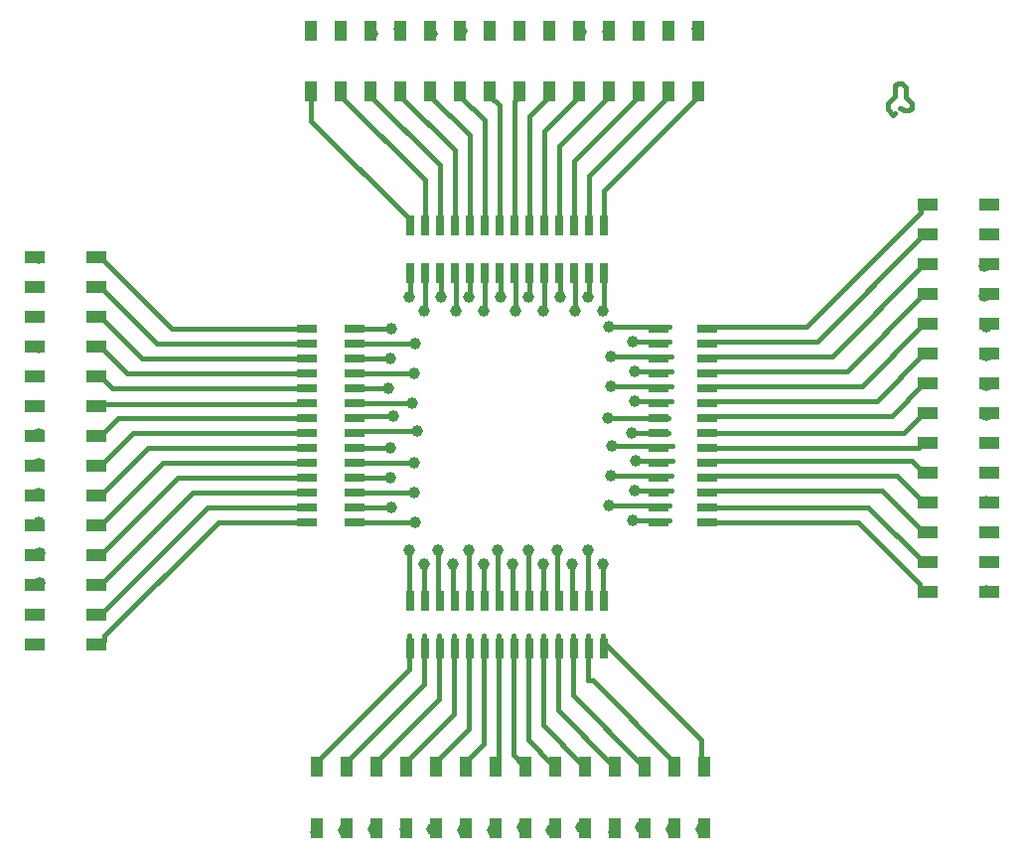
<source format=gtl>
G04*
G04 #@! TF.GenerationSoftware,Altium Limited,Altium Designer,23.11.1 (41)*
G04*
G04 Layer_Physical_Order=1*
G04 Layer_Color=255*
%FSLAX44Y44*%
%MOMM*%
G71*
G04*
G04 #@! TF.SameCoordinates,00D06A11-A73A-467B-94DC-87872A238894*
G04*
G04*
G04 #@! TF.FilePolarity,Positive*
G04*
G01*
G75*
%ADD11R,1.8000X1.0000*%
%ADD12R,0.7400X1.7000*%
%ADD13R,1.0000X1.8000*%
%ADD14R,1.7000X0.7400*%
%ADD20C,0.4000*%
%ADD21C,1.0000*%
D11*
X843350Y262890D02*
D03*
Y288290D02*
D03*
X895350Y262890D02*
D03*
Y288290D02*
D03*
X843350Y339090D02*
D03*
X895350D02*
D03*
X843350Y364490D02*
D03*
X895350D02*
D03*
X843350Y440690D02*
D03*
X895350D02*
D03*
X843350Y491490D02*
D03*
X895350D02*
D03*
X843350Y567690D02*
D03*
X895350D02*
D03*
X843350Y593090D02*
D03*
X895350D02*
D03*
Y542290D02*
D03*
X843350D02*
D03*
X895350Y516890D02*
D03*
X843350D02*
D03*
X895350Y466090D02*
D03*
X843350D02*
D03*
X895350Y415290D02*
D03*
X843350D02*
D03*
X895350Y389890D02*
D03*
X843350D02*
D03*
X895350Y313690D02*
D03*
X843350D02*
D03*
X81950Y218440D02*
D03*
Y243840D02*
D03*
X133950Y218440D02*
D03*
Y243840D02*
D03*
X81950Y294640D02*
D03*
X133950D02*
D03*
X81950Y320040D02*
D03*
X133950D02*
D03*
X81950Y396240D02*
D03*
X133950D02*
D03*
X81950Y447040D02*
D03*
X133950D02*
D03*
X81950Y523240D02*
D03*
X133950D02*
D03*
X81950Y548640D02*
D03*
X133950D02*
D03*
Y497840D02*
D03*
X81950D02*
D03*
X133950Y472440D02*
D03*
X81950D02*
D03*
X133950Y421640D02*
D03*
X81950D02*
D03*
X133950Y370840D02*
D03*
X81950D02*
D03*
X133950Y345440D02*
D03*
X81950D02*
D03*
X133950Y269240D02*
D03*
X81950D02*
D03*
D12*
X465240Y214580D02*
D03*
X477940D02*
D03*
X465240Y255580D02*
D03*
X477940D02*
D03*
X490640Y214580D02*
D03*
Y255580D02*
D03*
X566840Y214580D02*
D03*
Y255580D02*
D03*
X554140D02*
D03*
X541440D02*
D03*
X554140Y214580D02*
D03*
X541440D02*
D03*
X528740Y255580D02*
D03*
Y214580D02*
D03*
X516040Y255580D02*
D03*
X503340D02*
D03*
X516040Y214580D02*
D03*
X503340D02*
D03*
X452540Y255580D02*
D03*
X439840D02*
D03*
X427140D02*
D03*
X414440D02*
D03*
X401740D02*
D03*
X452540Y214580D02*
D03*
X439840D02*
D03*
X427140D02*
D03*
X414440D02*
D03*
X401740D02*
D03*
X465240Y534580D02*
D03*
X477940D02*
D03*
X465240Y575580D02*
D03*
X477940D02*
D03*
X490640Y534580D02*
D03*
Y575580D02*
D03*
X566840Y534580D02*
D03*
Y575580D02*
D03*
X554140D02*
D03*
X541440D02*
D03*
X554140Y534580D02*
D03*
X541440D02*
D03*
X528740Y575580D02*
D03*
Y534580D02*
D03*
X516040Y575580D02*
D03*
X503340D02*
D03*
X516040Y534580D02*
D03*
X503340D02*
D03*
X452540Y575580D02*
D03*
X439840D02*
D03*
X427140D02*
D03*
X414440D02*
D03*
X401740D02*
D03*
X452540Y534580D02*
D03*
X439840D02*
D03*
X427140D02*
D03*
X414440D02*
D03*
X401740D02*
D03*
D13*
X652780Y61630D02*
D03*
X627380D02*
D03*
X652780Y113630D02*
D03*
X627380D02*
D03*
X576580Y61630D02*
D03*
Y113630D02*
D03*
X551180Y61630D02*
D03*
Y113630D02*
D03*
X474980Y61630D02*
D03*
Y113630D02*
D03*
X424180Y61630D02*
D03*
Y113630D02*
D03*
X347980Y61630D02*
D03*
Y113630D02*
D03*
X322580Y61630D02*
D03*
Y113630D02*
D03*
X373380D02*
D03*
Y61630D02*
D03*
X398780Y113630D02*
D03*
Y61630D02*
D03*
X449580Y113630D02*
D03*
Y61630D02*
D03*
X500380Y113630D02*
D03*
Y61630D02*
D03*
X525780Y113630D02*
D03*
Y61630D02*
D03*
X601980Y113630D02*
D03*
Y61630D02*
D03*
X647700Y689610D02*
D03*
X622300D02*
D03*
X647700Y741610D02*
D03*
X622300D02*
D03*
X571500Y689610D02*
D03*
Y741610D02*
D03*
X546100Y689610D02*
D03*
Y741610D02*
D03*
X469900Y689610D02*
D03*
Y741610D02*
D03*
X419100Y689610D02*
D03*
Y741610D02*
D03*
X342900Y689610D02*
D03*
Y741610D02*
D03*
X317500Y689610D02*
D03*
Y741610D02*
D03*
X368300D02*
D03*
Y689610D02*
D03*
X393700Y741610D02*
D03*
Y689610D02*
D03*
X444500Y741610D02*
D03*
Y689610D02*
D03*
X495300Y741610D02*
D03*
Y689610D02*
D03*
X520700Y741610D02*
D03*
Y689610D02*
D03*
X596900Y741610D02*
D03*
Y689610D02*
D03*
D14*
X313790Y424130D02*
D03*
Y411430D02*
D03*
X354790Y424130D02*
D03*
Y411430D02*
D03*
X313790Y398730D02*
D03*
X354790D02*
D03*
X313790Y322530D02*
D03*
X354790D02*
D03*
Y335230D02*
D03*
Y347930D02*
D03*
X313790Y335230D02*
D03*
Y347930D02*
D03*
X354790Y360630D02*
D03*
X313790D02*
D03*
X354790Y373330D02*
D03*
Y386030D02*
D03*
X313790Y373330D02*
D03*
Y386030D02*
D03*
X354790Y436830D02*
D03*
Y449530D02*
D03*
Y462230D02*
D03*
Y474930D02*
D03*
Y487630D02*
D03*
X313790Y436830D02*
D03*
Y449530D02*
D03*
Y462230D02*
D03*
Y474930D02*
D03*
Y487630D02*
D03*
X613790Y424130D02*
D03*
Y411430D02*
D03*
X654790Y424130D02*
D03*
Y411430D02*
D03*
X613790Y398730D02*
D03*
X654790D02*
D03*
X613790Y322530D02*
D03*
X654790D02*
D03*
Y335230D02*
D03*
Y347930D02*
D03*
X613790Y335230D02*
D03*
Y347930D02*
D03*
X654790Y360630D02*
D03*
X613790D02*
D03*
X654790Y373330D02*
D03*
Y386030D02*
D03*
X613790Y373330D02*
D03*
Y386030D02*
D03*
X654790Y436830D02*
D03*
Y449530D02*
D03*
Y462230D02*
D03*
Y474930D02*
D03*
Y487630D02*
D03*
X613790Y436830D02*
D03*
Y449530D02*
D03*
Y462230D02*
D03*
Y474930D02*
D03*
Y487630D02*
D03*
D20*
X566210Y257810D02*
Y286810D01*
X553510Y257810D02*
Y298240D01*
X413810Y255580D02*
Y286810D01*
X401110Y257810D02*
Y298240D01*
X813615Y669745D02*
X814705Y670836D01*
X813615Y669745D02*
X813615D01*
X808990Y674370D02*
X813615Y669745D01*
X819150Y675640D02*
X820420D01*
X822763Y673297D01*
X827164D01*
X829310Y675443D01*
Y675640D01*
Y679647D01*
X826967Y681990D02*
X829310Y679647D01*
X826770Y681990D02*
X826967D01*
X824230Y684530D02*
X826770Y681990D01*
X824230Y684530D02*
Y692150D01*
Y693420D01*
X820997Y696653D02*
X824230Y693420D01*
X817683Y696653D02*
X820997D01*
X815340Y694310D02*
X817683Y696653D01*
X815340Y685800D02*
Y694310D01*
X814070Y684530D02*
X815340Y685800D01*
X808990Y679450D02*
X814070Y684530D01*
X808990Y674370D02*
Y679450D01*
X553300Y187300D02*
Y225790D01*
X627380Y113630D02*
Y117630D01*
X557710Y187300D02*
X627380Y117630D01*
X553300Y187300D02*
X557710D01*
X650240Y111760D02*
Y136750D01*
X566000Y220990D02*
X650240Y136750D01*
X566000Y220990D02*
Y225790D01*
X599440Y111760D02*
Y115760D01*
X540600Y174600D02*
X599440Y115760D01*
X540600Y174600D02*
Y225790D01*
X574040Y111760D02*
Y115760D01*
X527900Y161900D02*
X574040Y115760D01*
X527900Y161900D02*
Y225790D01*
X548640Y111760D02*
Y115760D01*
X515200Y149200D02*
X548640Y115760D01*
X515200Y149200D02*
Y225790D01*
X523240Y111760D02*
Y115760D01*
X502500Y136500D02*
Y225790D01*
Y136500D02*
X523240Y115760D01*
X497840Y111760D02*
Y115760D01*
X489800Y123800D02*
X497840Y115760D01*
X489800Y123800D02*
Y225790D01*
X472440Y111760D02*
Y115760D01*
X477100Y120420D01*
Y225790D01*
X447040Y111760D02*
Y115760D01*
X464400Y133120D01*
Y225790D01*
X421640Y111760D02*
Y115760D01*
X451700Y145820D01*
Y225790D01*
X396240Y111760D02*
Y115760D01*
X439000Y158520D01*
Y225790D01*
X370840Y111760D02*
Y115760D01*
X426300Y171220D01*
Y225790D01*
X345440Y111760D02*
Y115760D01*
X413600Y183920D01*
Y225790D01*
X320040Y111760D02*
Y115760D01*
X400900Y196620D01*
Y225790D01*
X566210Y286810D02*
X566420Y287020D01*
X553510Y298240D02*
X553720Y298450D01*
X526840Y260350D02*
Y298240D01*
X527050Y298450D01*
X539540Y286810D02*
X539750Y287020D01*
X539540Y257810D02*
Y286810D01*
X488740Y261620D02*
Y286810D01*
X488950Y287020D01*
X476040Y298240D02*
X476250Y298450D01*
X476040Y260350D02*
Y298240D01*
X502710Y261620D02*
Y298240D01*
X502920Y298450D01*
X515410Y286810D02*
X515620Y287020D01*
X515410Y259080D02*
Y286810D01*
X437940Y260350D02*
Y286810D01*
X438150Y287020D01*
X425240Y298240D02*
X425450Y298450D01*
X425240Y259080D02*
Y298240D01*
X451910Y261620D02*
Y298240D01*
X452120Y298450D01*
X464610Y286810D02*
X464820Y287020D01*
X464610Y260350D02*
Y286810D01*
X401110Y298240D02*
X401320Y298450D01*
X413810Y286810D02*
X414020Y287020D01*
X553930Y514560D02*
Y534370D01*
X553720Y514350D02*
X553930Y514560D01*
X566420Y502920D02*
X566630Y503130D01*
Y534370D01*
X503130Y514560D02*
Y534370D01*
X502920Y514350D02*
X503130Y514560D01*
X515620Y502920D02*
X515830Y503130D01*
Y534370D01*
X542500Y503130D02*
Y534370D01*
X542290Y502920D02*
X542500Y503130D01*
X529590Y514350D02*
X529800Y514560D01*
Y534370D01*
X452330Y514560D02*
Y534370D01*
X452120Y514350D02*
X452330Y514560D01*
X464820Y502920D02*
X465030Y503130D01*
Y534370D01*
X491700Y503130D02*
Y534370D01*
X491490Y502920D02*
X491700Y503130D01*
X478790Y514350D02*
X479000Y514560D01*
Y534370D01*
X428200Y514560D02*
Y534370D01*
X427990Y514350D02*
X428200Y514560D01*
X440690Y502920D02*
X440900Y503130D01*
Y534370D01*
X414230D02*
X414440Y534580D01*
X414230Y503130D02*
Y534370D01*
X414020Y502920D02*
X414230Y503130D01*
X401320Y514350D02*
X401530Y514560D01*
Y534370D01*
X401740Y534580D01*
X566840Y575580D02*
Y604750D01*
X647700Y685610D01*
Y689610D01*
X554140Y575580D02*
Y617450D01*
X622300Y685610D01*
Y689610D01*
X541440Y575580D02*
Y630150D01*
X596900Y685610D01*
Y689610D01*
X528740Y575580D02*
Y642850D01*
X571500Y685610D01*
Y689610D01*
X516040Y575580D02*
Y655550D01*
X546100Y685610D01*
Y689610D01*
X503340Y575580D02*
Y668250D01*
X520700Y685610D01*
Y689610D01*
X490640Y575580D02*
Y680950D01*
X495300Y685610D01*
Y689610D01*
X477940Y575580D02*
Y677570D01*
X469900Y685610D02*
X477940Y677570D01*
X469900Y685610D02*
Y689610D01*
X444500Y685610D02*
X465240Y664870D01*
Y575580D02*
Y664870D01*
X444500Y685610D02*
Y689610D01*
X452540Y575580D02*
Y652170D01*
X419100Y685610D02*
X452540Y652170D01*
X419100Y685610D02*
Y689610D01*
X439840Y575580D02*
Y639470D01*
X393700Y685610D02*
X439840Y639470D01*
X393700Y685610D02*
Y689610D01*
X427140Y575580D02*
Y626770D01*
X368300Y685610D02*
X427140Y626770D01*
X368300Y685610D02*
Y689610D01*
X414440Y575580D02*
Y614070D01*
X342900Y685610D02*
X414440Y614070D01*
X342900Y685610D02*
Y689610D01*
X401740Y575580D02*
Y580380D01*
X317500Y664620D02*
X401740Y580380D01*
X317500Y664620D02*
Y689610D01*
X654790Y386030D02*
X835490D01*
X839350Y389890D01*
X843350D01*
X654790Y398730D02*
X822790D01*
X839350Y415290D01*
X843350D01*
X664110Y412800D02*
X812060D01*
X839950Y440690D01*
X843950D01*
X654790Y322530D02*
X783710D01*
X839350Y262890D02*
X843350D01*
X836350Y265890D02*
X839350Y262890D01*
X783710Y322530D02*
X836350Y269890D01*
Y265890D02*
Y269890D01*
X654790Y335230D02*
X792410D01*
X839350Y288290D01*
X843350D01*
X839950Y313690D02*
X843950D01*
X804340Y349300D02*
X839950Y313690D01*
X664110Y349300D02*
X804340D01*
X839950Y339090D02*
X843950D01*
X664110Y362000D02*
X817040D01*
X839950Y339090D01*
Y364490D02*
X843950D01*
X829740Y374700D02*
X839950Y364490D01*
X664110Y374700D02*
X829740D01*
X839950Y466090D02*
X843950D01*
X799360Y425500D02*
X839950Y466090D01*
X664110Y425500D02*
X799360D01*
X839950Y491490D02*
X843950D01*
X786660Y438200D02*
X839950Y491490D01*
X664110Y438200D02*
X786660D01*
X839950Y516890D02*
X843950D01*
X773960Y450900D02*
X839950Y516890D01*
X664110Y450900D02*
X773960D01*
X839950Y542290D02*
X843950D01*
X761260Y463600D02*
X839950Y542290D01*
X664110Y463600D02*
X761260D01*
X839950Y567690D02*
X843950D01*
X748560Y476300D02*
X839950Y567690D01*
X664110Y476300D02*
X748560D01*
X739860Y489000D02*
X836950Y586090D01*
Y590090D01*
X839950Y593090D01*
X843950D01*
X664110Y489000D02*
X739860D01*
X623085Y323875D02*
X623110Y323900D01*
X591845Y323875D02*
X623085D01*
X591820Y323850D02*
X591845Y323875D01*
X571500Y336550D02*
X571525Y336575D01*
X623085D01*
X623110Y336600D01*
X572770Y361950D02*
X572795Y361975D01*
X593090Y349250D02*
X593115Y349275D01*
X574040Y387350D02*
X574065Y387375D01*
X594360Y374650D02*
X594385Y374675D01*
X570255Y411505D02*
X621815D01*
X570230Y411480D02*
X570255Y411505D01*
X590550Y398780D02*
X590575Y398805D01*
X621815D01*
X572770Y438150D02*
X572795Y438175D01*
X593090Y425450D02*
X593115Y425475D01*
X572770Y463550D02*
X572795Y463575D01*
X593090Y450850D02*
X593115Y450875D01*
X571525Y488975D02*
X623085D01*
X571500Y488950D02*
X571525Y488975D01*
X591820Y476250D02*
X591845Y476275D01*
X623085D01*
X593115Y349275D02*
X624355D01*
X572795Y361975D02*
X624355D01*
X594385Y374675D02*
X625625D01*
X574065Y387375D02*
X625625D01*
X593115Y425475D02*
X624355D01*
X572795Y438175D02*
X624355D01*
X593115Y450875D02*
X624355D01*
X572795Y463575D02*
X624355D01*
X353545Y347955D02*
X405105D01*
X353545Y360655D02*
X384785D01*
X353545Y373355D02*
X405105D01*
X353545Y386055D02*
X384785D01*
X352275Y424155D02*
X403835D01*
X352275Y436855D02*
X383515D01*
X353545Y449555D02*
X405105D01*
X353545Y462255D02*
X384785D01*
X354815Y335255D02*
X386055D01*
X386080Y335280D01*
X406375Y322555D02*
X406400Y322580D01*
X354815Y322555D02*
X406375D01*
X384785Y360655D02*
X384810Y360680D01*
X405105Y347955D02*
X405130Y347980D01*
X384785Y386055D02*
X384810Y386080D01*
X405105Y373355D02*
X405130Y373380D01*
X356085Y412725D02*
X387325D01*
X387350Y412750D01*
X407645Y400025D02*
X407670Y400050D01*
X356085Y400025D02*
X407645D01*
X383515Y436855D02*
X383540Y436880D01*
X403835Y424155D02*
X403860Y424180D01*
X384785Y462255D02*
X384810Y462280D01*
X405105Y449555D02*
X405130Y449580D01*
X354790Y474930D02*
X354815Y474955D01*
X406375D01*
X406400Y474980D01*
X386055Y487655D02*
X386080Y487680D01*
X354815Y487655D02*
X386055D01*
X354790Y487630D02*
X354815Y487655D01*
X238040Y322530D02*
X313790D01*
X133950Y218440D02*
X137950D01*
X140950Y221440D01*
Y225440D01*
X238040Y322530D01*
X229340Y335230D02*
X313790D01*
X137950Y243840D02*
X229340Y335230D01*
X133950Y243840D02*
X137950D01*
X216640Y347930D02*
X313790D01*
X137950Y269240D02*
X216640Y347930D01*
X133950Y269240D02*
X137950D01*
X203940Y360630D02*
X313790D01*
X137950Y294640D02*
X203940Y360630D01*
X133950Y294640D02*
X137950D01*
X191240Y373330D02*
X313790D01*
X137950Y320040D02*
X191240Y373330D01*
X133950Y320040D02*
X137950D01*
X178540Y386030D02*
X313790D01*
X137950Y345440D02*
X178540Y386030D01*
X133950Y345440D02*
X137950D01*
X165840Y398730D02*
X313790D01*
X137950Y370840D02*
X165840Y398730D01*
X133950Y370840D02*
X137950D01*
X153140Y411430D02*
X313790D01*
X137950Y396240D02*
X153140Y411430D01*
X133950Y396240D02*
X137950D01*
X312545Y422885D02*
X313790Y424130D01*
X135195Y422885D02*
X312545D01*
X133950Y421640D02*
X135195Y422885D01*
X148160Y436830D02*
X313790D01*
X137950Y447040D02*
X148160Y436830D01*
X133950Y447040D02*
X137950D01*
Y472440D02*
X160860Y449530D01*
X313790D01*
X133950Y472440D02*
X137950D01*
X173560Y462230D02*
X313790D01*
X137950Y497840D02*
X173560Y462230D01*
X133950Y497840D02*
X137950D01*
X186260Y474930D02*
X313790D01*
X137950Y523240D02*
X186260Y474930D01*
X133950Y523240D02*
X137950D01*
Y548640D02*
X198960Y487630D01*
X313790D01*
X133950Y548640D02*
X137950D01*
D21*
X566420Y287020D02*
D03*
X553720Y298450D02*
D03*
X527050D02*
D03*
X539750Y287020D02*
D03*
X488950D02*
D03*
X476250Y298450D02*
D03*
X502920D02*
D03*
X515620Y287020D02*
D03*
X438150D02*
D03*
X425450Y298450D02*
D03*
X452120D02*
D03*
X464820Y287020D02*
D03*
X401320Y298450D02*
D03*
X414020Y287020D02*
D03*
X650240Y60960D02*
D03*
X624840D02*
D03*
X598170Y62230D02*
D03*
X575310Y58420D02*
D03*
X547370Y62230D02*
D03*
X521970Y59690D02*
D03*
X497840Y62230D02*
D03*
X472440Y59690D02*
D03*
X447040D02*
D03*
X420370Y60960D02*
D03*
X397510D02*
D03*
X370840D02*
D03*
X345440Y59690D02*
D03*
X321310Y58420D02*
D03*
X646430Y742950D02*
D03*
X622300Y741680D02*
D03*
X596900Y740410D02*
D03*
X570230D02*
D03*
X547370D02*
D03*
X520700Y741680D02*
D03*
X495300D02*
D03*
X469900Y739140D02*
D03*
X445770Y741680D02*
D03*
X420370Y739140D02*
D03*
X392430Y742950D02*
D03*
X369570Y739140D02*
D03*
X342900Y740410D02*
D03*
X317500D02*
D03*
X553720Y514350D02*
D03*
X566420Y502920D02*
D03*
X502920Y514350D02*
D03*
X515620Y502920D02*
D03*
X542290D02*
D03*
X529590Y514350D02*
D03*
X452120D02*
D03*
X464820Y502920D02*
D03*
X491490D02*
D03*
X478790Y514350D02*
D03*
X427990D02*
D03*
X440690Y502920D02*
D03*
X414020D02*
D03*
X401320Y514350D02*
D03*
X591820Y323850D02*
D03*
X571500Y336550D02*
D03*
X572770Y361950D02*
D03*
X593090Y349250D02*
D03*
X574040Y387350D02*
D03*
X594360Y374650D02*
D03*
X570230Y411480D02*
D03*
X590550Y398780D02*
D03*
X572770Y438150D02*
D03*
X593090Y425450D02*
D03*
X572770Y463550D02*
D03*
X593090Y450850D02*
D03*
X571500Y488950D02*
D03*
X591820Y476250D02*
D03*
X892810Y264160D02*
D03*
X895350Y288290D02*
D03*
X894080Y313690D02*
D03*
X892810Y340360D02*
D03*
Y364490D02*
D03*
X894080Y389890D02*
D03*
X892810Y414020D02*
D03*
Y439420D02*
D03*
Y464820D02*
D03*
Y488950D02*
D03*
X891540Y515620D02*
D03*
Y541020D02*
D03*
X894080Y567690D02*
D03*
X895350Y593090D02*
D03*
X82550Y218440D02*
D03*
X83820Y243840D02*
D03*
X86360Y270510D02*
D03*
Y295910D02*
D03*
X85090Y322580D02*
D03*
Y346710D02*
D03*
Y372110D02*
D03*
Y397510D02*
D03*
X83820Y421640D02*
D03*
X85090Y447040D02*
D03*
Y471170D02*
D03*
X83820Y497840D02*
D03*
X82550Y523240D02*
D03*
X85090Y547370D02*
D03*
X386080Y335280D02*
D03*
X406400Y322580D02*
D03*
X384810Y360680D02*
D03*
X405130Y347980D02*
D03*
X384810Y386080D02*
D03*
X405130Y373380D02*
D03*
X387350Y412750D02*
D03*
X407670Y400050D02*
D03*
X383540Y436880D02*
D03*
X403860Y424180D02*
D03*
X384810Y462280D02*
D03*
X405130Y449580D02*
D03*
X406400Y474980D02*
D03*
X386080Y487680D02*
D03*
M02*

</source>
